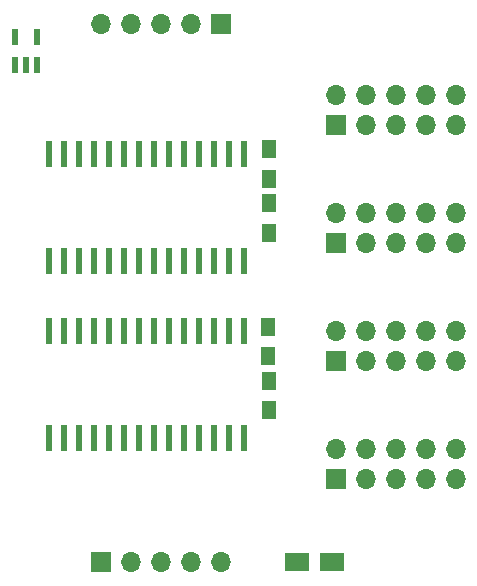
<source format=gts>
%TF.GenerationSoftware,KiCad,Pcbnew,(5.1.6-0-10_14)*%
%TF.CreationDate,2020-09-10T14:26:16+09:00*%
%TF.ProjectId,qPCR-photo_mux_MPC506AU,71504352-2d70-4686-9f74-6f5f6d75785f,rev?*%
%TF.SameCoordinates,Original*%
%TF.FileFunction,Soldermask,Top*%
%TF.FilePolarity,Negative*%
%FSLAX46Y46*%
G04 Gerber Fmt 4.6, Leading zero omitted, Abs format (unit mm)*
G04 Created by KiCad (PCBNEW (5.1.6-0-10_14)) date 2020-09-10 14:26:16*
%MOMM*%
%LPD*%
G01*
G04 APERTURE LIST*
%ADD10R,1.250000X1.500000*%
%ADD11O,1.700000X1.700000*%
%ADD12R,1.700000X1.700000*%
%ADD13R,1.500000X1.500000*%
%ADD14C,0.100000*%
%ADD15R,0.558800X2.311400*%
%ADD16R,0.558800X1.473200*%
G04 APERTURE END LIST*
D10*
%TO.C,C1*%
X107335000Y-77564600D03*
X107335000Y-75064600D03*
%TD*%
%TO.C,C2*%
X107338000Y-82131500D03*
X107338000Y-79631500D03*
%TD*%
%TO.C,C3*%
X107302000Y-92581100D03*
X107302000Y-90081100D03*
%TD*%
%TO.C,C4*%
X107320000Y-97137900D03*
X107320000Y-94637900D03*
%TD*%
D11*
%TO.C,J1*%
X103298000Y-110000000D03*
X100758000Y-110000000D03*
X98218000Y-110000000D03*
X95678000Y-110000000D03*
D12*
X93138000Y-110000000D03*
%TD*%
%TO.C,J2*%
X103298000Y-64440000D03*
D11*
X100758000Y-64440000D03*
X98218000Y-64440000D03*
X95678000Y-64440000D03*
X93138000Y-64440000D03*
%TD*%
D13*
%TO.C,JP1*%
X112404000Y-109985000D03*
X110004000Y-109985000D03*
D14*
G36*
X110204000Y-109985000D02*
G01*
X109704000Y-110735000D01*
X108704000Y-110735000D01*
X108704000Y-109235000D01*
X109704000Y-109235000D01*
X110204000Y-109985000D01*
G37*
G36*
X112204000Y-109985000D02*
G01*
X112704000Y-109235000D01*
X113704000Y-109235000D01*
X113704000Y-110735000D01*
X112704000Y-110735000D01*
X112204000Y-109985000D01*
G37*
%TD*%
D11*
%TO.C,N_PD1*%
X123160000Y-70460000D03*
X123160000Y-73000000D03*
X120620000Y-70460000D03*
X120620000Y-73000000D03*
X118080000Y-70460000D03*
X118080000Y-73000000D03*
X115540000Y-70460000D03*
X115540000Y-73000000D03*
X113000000Y-70460000D03*
D12*
X113000000Y-73000000D03*
%TD*%
%TO.C,N_PD2*%
X113000000Y-83000000D03*
D11*
X113000000Y-80460000D03*
X115540000Y-83000000D03*
X115540000Y-80460000D03*
X118080000Y-83000000D03*
X118080000Y-80460000D03*
X120620000Y-83000000D03*
X120620000Y-80460000D03*
X123160000Y-83000000D03*
X123160000Y-80460000D03*
%TD*%
D12*
%TO.C,S_PD1*%
X113000000Y-93000000D03*
D11*
X113000000Y-90460000D03*
X115540000Y-93000000D03*
X115540000Y-90460000D03*
X118080000Y-93000000D03*
X118080000Y-90460000D03*
X120620000Y-93000000D03*
X120620000Y-90460000D03*
X123160000Y-93000000D03*
X123160000Y-90460000D03*
%TD*%
%TO.C,S_PD2*%
X123160000Y-100460000D03*
X123160000Y-103000000D03*
X120620000Y-100460000D03*
X120620000Y-103000000D03*
X118080000Y-100460000D03*
X118080000Y-103000000D03*
X115540000Y-100460000D03*
X115540000Y-103000000D03*
X113000000Y-100460000D03*
D12*
X113000000Y-103000000D03*
%TD*%
D15*
%TO.C,U1*%
X105255000Y-90478800D03*
X103985000Y-90478800D03*
X102715000Y-90478800D03*
X101445000Y-90478800D03*
X100175000Y-90478800D03*
X98905000Y-90478800D03*
X97635000Y-90478800D03*
X96365000Y-90478800D03*
X95095000Y-90478800D03*
X93825000Y-90478800D03*
X92555000Y-90478800D03*
X91285000Y-90478800D03*
X90015000Y-90478800D03*
X88745000Y-90478800D03*
X88745000Y-99521200D03*
X90015000Y-99521200D03*
X91285000Y-99521200D03*
X92555000Y-99521200D03*
X93825000Y-99521200D03*
X95095000Y-99521200D03*
X96365000Y-99521200D03*
X97635000Y-99521200D03*
X98905000Y-99521200D03*
X100175000Y-99521200D03*
X101445000Y-99521200D03*
X102715000Y-99521200D03*
X103985000Y-99521200D03*
X105255000Y-99521200D03*
%TD*%
D16*
%TO.C,U2*%
X85818899Y-65575200D03*
X87718901Y-65575200D03*
X87718901Y-67962800D03*
X86768900Y-67962800D03*
X85818899Y-67962800D03*
%TD*%
D15*
%TO.C,U3*%
X105255000Y-84521200D03*
X103985000Y-84521200D03*
X102715000Y-84521200D03*
X101445000Y-84521200D03*
X100175000Y-84521200D03*
X98905000Y-84521200D03*
X97635000Y-84521200D03*
X96365000Y-84521200D03*
X95095000Y-84521200D03*
X93825000Y-84521200D03*
X92555000Y-84521200D03*
X91285000Y-84521200D03*
X90015000Y-84521200D03*
X88745000Y-84521200D03*
X88745000Y-75478800D03*
X90015000Y-75478800D03*
X91285000Y-75478800D03*
X92555000Y-75478800D03*
X93825000Y-75478800D03*
X95095000Y-75478800D03*
X96365000Y-75478800D03*
X97635000Y-75478800D03*
X98905000Y-75478800D03*
X100175000Y-75478800D03*
X101445000Y-75478800D03*
X102715000Y-75478800D03*
X103985000Y-75478800D03*
X105255000Y-75478800D03*
%TD*%
M02*

</source>
